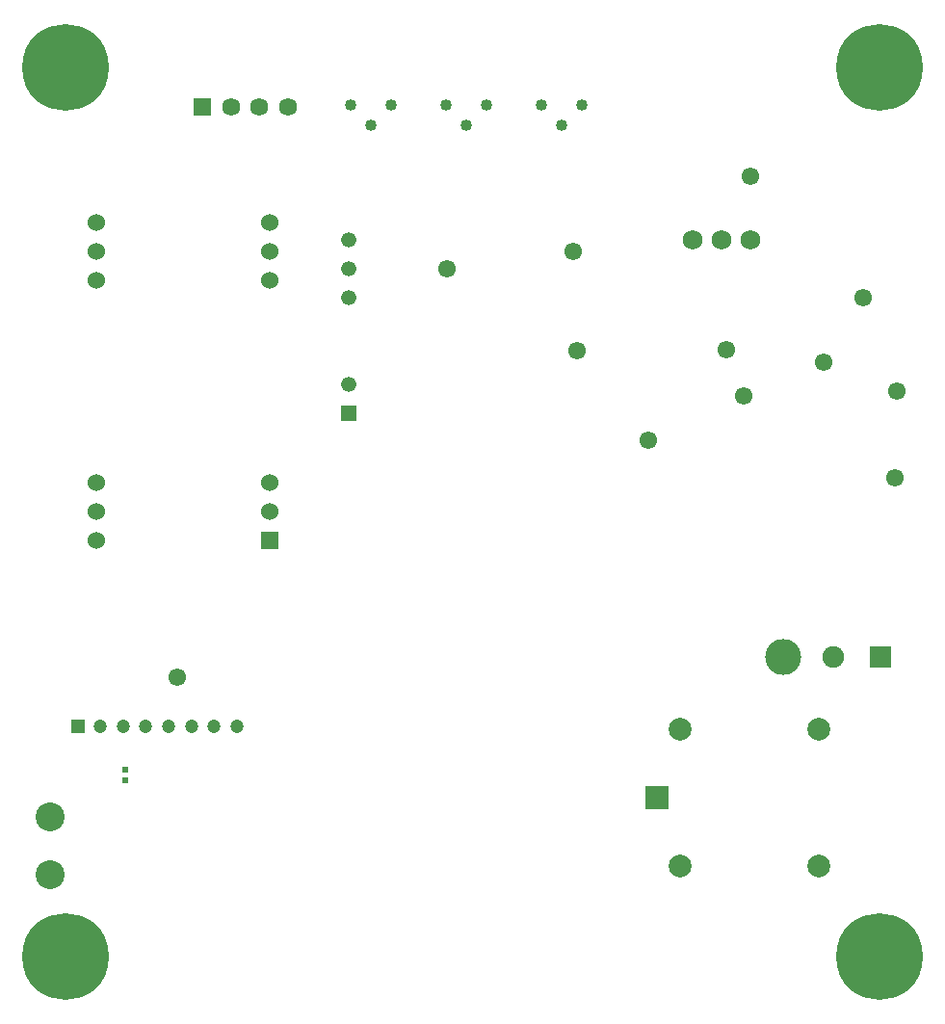
<source format=gbr>
%TF.GenerationSoftware,Altium Limited,Altium Designer,20.0.11 (256)*%
G04 Layer_Color=255*
%FSLAX26Y26*%
%MOIN*%
%TF.FileFunction,Pads,Bot*%
%TF.Part,Single*%
G01*
G75*
%TA.AperFunction,ComponentPad*%
%ADD64C,0.047244*%
%ADD65R,0.047244X0.047244*%
%ADD66C,0.062598*%
%ADD67R,0.062598X0.062598*%
%ADD68C,0.060000*%
%ADD69R,0.060000X0.060000*%
%ADD70C,0.040000*%
%ADD71C,0.075000*%
%ADD72R,0.075000X0.075000*%
%ADD73C,0.125000*%
%ADD74C,0.300000*%
%ADD75C,0.078740*%
%ADD76R,0.078740X0.078740*%
%ADD77C,0.061024*%
%ADD78C,0.068898*%
%ADD79C,0.100000*%
%ADD80R,0.052283X0.052283*%
%ADD81C,0.052283*%
%TA.AperFunction,SMDPad,SMDef*%
%ADD85R,0.020000X0.020000*%
D64*
X629212Y1000000D02*
D03*
X550472D02*
D03*
X786693D02*
D03*
X707953D02*
D03*
X314252D02*
D03*
X471732D02*
D03*
X392992D02*
D03*
D65*
X235512D02*
D03*
D66*
X962305Y3143305D02*
D03*
X765454D02*
D03*
X863880D02*
D03*
D67*
X667029D02*
D03*
D68*
X900000Y2645000D02*
D03*
Y2745000D02*
D03*
Y2545000D02*
D03*
X300000Y2645000D02*
D03*
X900000Y1845000D02*
D03*
Y1745000D02*
D03*
X300000Y2745000D02*
D03*
Y1845000D02*
D03*
Y2545000D02*
D03*
Y1745000D02*
D03*
Y1645000D02*
D03*
D69*
X900000D02*
D03*
D70*
X1980000Y3150000D02*
D03*
X1840000D02*
D03*
X1910000Y3080000D02*
D03*
X1510000Y3150000D02*
D03*
X1580000Y3080000D02*
D03*
X1650000Y3150000D02*
D03*
X1180000D02*
D03*
X1250000Y3080000D02*
D03*
X1320000Y3150000D02*
D03*
D71*
X2851636Y1240000D02*
D03*
D72*
X3014628D02*
D03*
D73*
X2676632D02*
D03*
D74*
X195000Y205000D02*
D03*
Y3280000D02*
D03*
X3010000D02*
D03*
Y205000D02*
D03*
D75*
X2800000Y990000D02*
D03*
Y517559D02*
D03*
X2319685Y990000D02*
D03*
Y517559D02*
D03*
D76*
X2240945Y753779D02*
D03*
D77*
X2815768Y2260000D02*
D03*
X2955000Y2485000D02*
D03*
X2540000Y2145000D02*
D03*
X3070000Y2160000D02*
D03*
X3065000Y1860000D02*
D03*
X580000Y1171000D02*
D03*
X2565000Y2905000D02*
D03*
X2479571Y2305000D02*
D03*
X2210000Y1990000D02*
D03*
X1950000Y2645000D02*
D03*
X1965000Y2300000D02*
D03*
X1515000Y2585000D02*
D03*
D78*
X2465000Y2685000D02*
D03*
X2365000D02*
D03*
X2565000D02*
D03*
D79*
X141000Y686000D02*
D03*
Y486000D02*
D03*
D80*
X1175000Y2085000D02*
D03*
D81*
Y2185000D02*
D03*
Y2585000D02*
D03*
Y2685000D02*
D03*
Y2485000D02*
D03*
D85*
X400000Y815000D02*
D03*
Y850000D02*
D03*
%TF.MD5,f48700ec770e9200733ba9ce61403886*%
M02*

</source>
